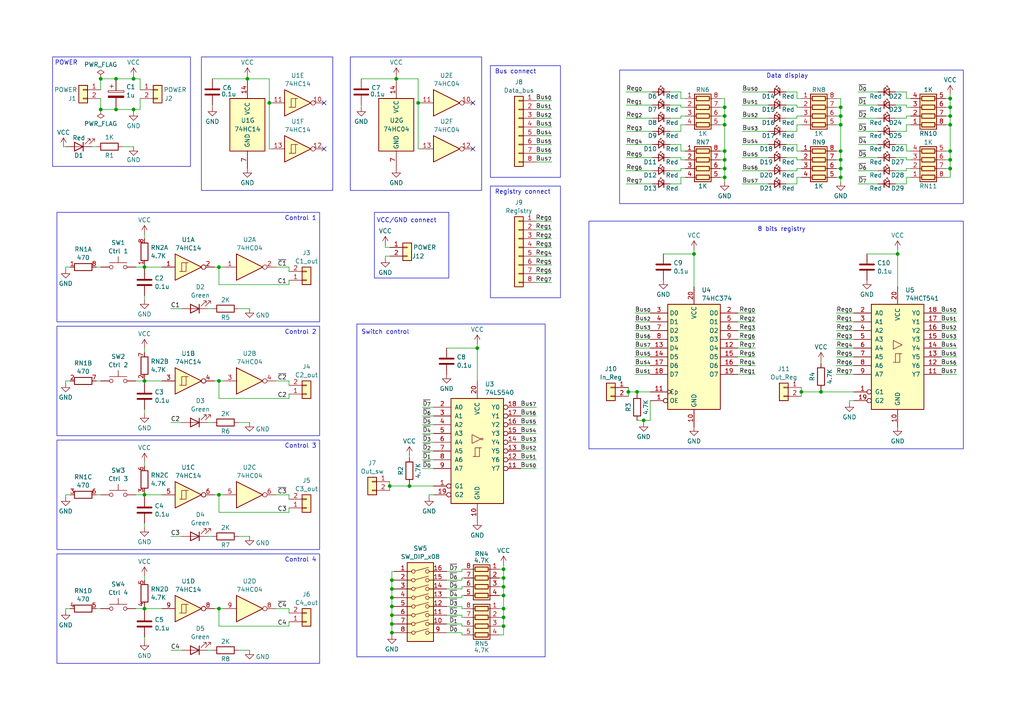
<source format=kicad_sch>
(kicad_sch (version 20230121) (generator eeschema)
  (paper "A4")
  (title_block (title "Bus tester") (rev "v1.0.1-dev"))
  (junction (at 114.935 22.86))
  (junction (at 113.665 170.815))
  (junction (at 38.735 31.75))
  (junction (at 186.69 121.92))
  (junction (at 63.5 143.51))
  (junction (at 210.185 36.195))
  (junction (at 210.185 31.115))
  (junction (at 78.105 29.845))
  (junction (at 29.21 22.86))
  (junction (at 146.05 170.18))
  (junction (at 275.59 33.655))
  (junction (at 238.125 113.665))
  (junction (at 260.35 73.66))
  (junction (at 71.755 22.86))
  (junction (at 146.05 167.64))
  (junction (at 275.59 36.195))
  (junction (at 29.21 31.75))
  (junction (at 63.5 77.47))
  (junction (at 275.59 46.355))
  (junction (at 113.665 175.895))
  (junction (at 243.84 51.435))
  (junction (at 113.665 168.275))
  (junction (at 146.05 176.53))
  (junction (at 275.59 31.115))
  (junction (at 232.41 113.665))
  (junction (at 113.665 178.435))
  (junction (at 243.84 33.655))
  (junction (at 113.665 180.975))
  (junction (at 41.91 176.53))
  (junction (at 113.665 173.355))
  (junction (at 41.91 110.49))
  (junction (at 38.735 22.86))
  (junction (at 41.91 77.47))
  (junction (at 243.84 46.355))
  (junction (at 210.185 43.815))
  (junction (at 113.665 183.515))
  (junction (at 275.59 28.575))
  (junction (at 243.84 36.195))
  (junction (at 275.59 43.815))
  (junction (at 210.185 33.655))
  (junction (at 146.05 165.1))
  (junction (at 146.05 181.61))
  (junction (at 243.84 31.115))
  (junction (at 63.5 176.53))
  (junction (at 210.185 46.355))
  (junction (at 210.185 51.435))
  (junction (at 243.84 43.815))
  (junction (at 146.05 179.07))
  (junction (at 33.655 22.86))
  (junction (at 210.185 48.895))
  (junction (at 201.295 73.66))
  (junction (at 113.03 140.97))
  (junction (at 243.84 48.895))
  (junction (at 275.59 48.895))
  (junction (at 118.745 140.97))
  (junction (at 63.5 110.49))
  (junction (at 182.245 113.665))
  (junction (at 184.785 113.665))
  (junction (at 33.655 31.75))
  (junction (at 138.43 100.965))
  (junction (at 121.285 29.845))
  (junction (at 146.05 172.72))
  (junction (at 41.91 143.51))
  (no_connect (at 93.98 29.845))
  (no_connect (at 137.16 43.18))
  (no_connect (at 137.16 29.845))
  (no_connect (at 93.98 43.18))
  (wire (pts (xy 213.995 100.965) (xy 219.075 100.965)))
  (wire (pts (xy 192.405 73.66) (xy 201.295 73.66)))
  (wire (pts (xy 186.69 122.555) (xy 186.69 121.92)))
  (wire (pts (xy 18.415 42.545) (xy 19.05 42.545)))
  (wire (pts (xy 125.73 128.27) (xy 122.555 128.27)))
  (wire (pts (xy 19.05 110.49) (xy 20.32 110.49)))
  (wire (pts (xy 155.575 81.915) (xy 160.02 81.915)))
  (wire (pts (xy 19.05 177.165) (xy 19.05 176.53)))
  (wire (pts (xy 125.73 133.35) (xy 122.555 133.35)))
  (wire (pts (xy 49.53 155.575) (xy 52.705 155.575)))
  (wire (pts (xy 227.965 53.34) (xy 231.14 53.34)))
  (wire (pts (xy 146.05 184.15) (xy 144.78 184.15)))
  (wire (pts (xy 63.5 143.51) (xy 63.5 148.59)))
  (wire (pts (xy 259.715 41.91) (xy 262.89 41.91)))
  (wire (pts (xy 231.14 30.48) (xy 231.14 31.115)))
  (wire (pts (xy 146.05 179.07) (xy 146.05 181.61)))
  (wire (pts (xy 247.65 98.425) (xy 242.57 98.425)))
  (wire (pts (xy 197.485 38.1) (xy 197.485 36.195)))
  (wire (pts (xy 146.05 176.53) (xy 146.05 179.07)))
  (wire (pts (xy 41.91 109.855) (xy 41.91 110.49)))
  (wire (pts (xy 63.5 176.53) (xy 63.5 181.61)))
  (wire (pts (xy 210.185 51.435) (xy 210.185 52.705)))
  (wire (pts (xy 242.57 28.575) (xy 243.84 28.575)))
  (wire (pts (xy 197.485 46.355) (xy 197.485 45.72)))
  (wire (pts (xy 194.31 30.48) (xy 197.485 30.48)))
  (wire (pts (xy 63.5 115.57) (xy 83.82 115.57)))
  (wire (pts (xy 113.665 173.355) (xy 114.3 173.355)))
  (wire (pts (xy 113.665 168.275) (xy 113.665 170.815)))
  (wire (pts (xy 231.14 33.655) (xy 232.41 33.655)))
  (wire (pts (xy 213.995 95.885) (xy 219.075 95.885)))
  (wire (pts (xy 121.285 29.845) (xy 121.285 43.18)))
  (wire (pts (xy 113.03 74.295) (xy 111.76 74.295)))
  (wire (pts (xy 71.755 22.225) (xy 71.755 22.86)))
  (wire (pts (xy 41.91 110.49) (xy 41.91 111.125)))
  (wire (pts (xy 19.05 77.47) (xy 20.32 77.47)))
  (wire (pts (xy 41.91 118.745) (xy 41.91 120.015)))
  (wire (pts (xy 243.84 31.115) (xy 243.84 33.655)))
  (wire (pts (xy 197.485 43.815) (xy 198.755 43.815)))
  (wire (pts (xy 262.89 51.435) (xy 264.16 51.435)))
  (wire (pts (xy 194.31 26.67) (xy 197.485 26.67)))
  (wire (pts (xy 41.91 77.47) (xy 41.91 78.105)))
  (wire (pts (xy 83.82 176.53) (xy 83.82 177.8)))
  (wire (pts (xy 248.92 38.1) (xy 254.635 38.1)))
  (wire (pts (xy 197.485 31.115) (xy 198.755 31.115)))
  (wire (pts (xy 231.14 31.115) (xy 232.41 31.115)))
  (wire (pts (xy 248.92 41.91) (xy 254.635 41.91)))
  (wire (pts (xy 231.14 26.67) (xy 231.14 28.575)))
  (wire (pts (xy 144.78 176.53) (xy 146.05 176.53)))
  (wire (pts (xy 215.265 34.29) (xy 222.885 34.29)))
  (wire (pts (xy 144.78 179.07) (xy 146.05 179.07)))
  (wire (pts (xy 69.215 122.555) (xy 72.39 122.555)))
  (wire (pts (xy 262.89 38.1) (xy 262.89 36.195)))
  (wire (pts (xy 129.54 100.965) (xy 138.43 100.965)))
  (wire (pts (xy 125.73 120.65) (xy 122.555 120.65)))
  (wire (pts (xy 33.655 22.86) (xy 38.735 22.86)))
  (wire (pts (xy 129.54 178.435) (xy 133.985 178.435)))
  (wire (pts (xy 242.57 33.655) (xy 243.84 33.655)))
  (wire (pts (xy 251.46 73.66) (xy 260.35 73.66)))
  (wire (pts (xy 133.985 170.18) (xy 134.62 170.18)))
  (wire (pts (xy 197.485 41.91) (xy 197.485 43.815)))
  (wire (pts (xy 259.715 53.34) (xy 262.89 53.34)))
  (wire (pts (xy 41.91 100.965) (xy 41.91 102.235)))
  (wire (pts (xy 275.59 48.895) (xy 275.59 51.435)))
  (wire (pts (xy 113.665 165.735) (xy 113.665 168.275)))
  (wire (pts (xy 238.125 113.03) (xy 238.125 113.665)))
  (wire (pts (xy 144.78 170.18) (xy 146.05 170.18)))
  (wire (pts (xy 262.89 30.48) (xy 262.89 31.115)))
  (wire (pts (xy 242.57 36.195) (xy 243.84 36.195)))
  (wire (pts (xy 63.5 148.59) (xy 83.82 148.59)))
  (wire (pts (xy 125.73 135.89) (xy 122.555 135.89)))
  (wire (pts (xy 231.14 48.895) (xy 231.14 49.53)))
  (wire (pts (xy 247.65 93.345) (xy 242.57 93.345)))
  (wire (pts (xy 213.995 90.805) (xy 219.075 90.805)))
  (wire (pts (xy 238.125 113.665) (xy 247.65 113.665)))
  (wire (pts (xy 121.285 29.845) (xy 121.92 29.845)))
  (wire (pts (xy 194.31 38.1) (xy 197.485 38.1)))
  (wire (pts (xy 155.575 64.135) (xy 160.02 64.135)))
  (wire (pts (xy 197.485 45.72) (xy 194.31 45.72)))
  (wire (pts (xy 129.54 168.275) (xy 133.985 168.275)))
  (wire (pts (xy 238.125 104.775) (xy 238.125 105.41)))
  (wire (pts (xy 273.05 103.505) (xy 277.495 103.505)))
  (wire (pts (xy 129.54 180.975) (xy 133.985 180.975)))
  (wire (pts (xy 274.32 46.355) (xy 275.59 46.355)))
  (wire (pts (xy 213.995 98.425) (xy 219.075 98.425)))
  (wire (pts (xy 231.14 46.355) (xy 232.41 46.355)))
  (wire (pts (xy 49.53 122.555) (xy 52.705 122.555)))
  (wire (pts (xy 114.3 165.735) (xy 113.665 165.735)))
  (wire (pts (xy 227.965 38.1) (xy 231.14 38.1)))
  (wire (pts (xy 208.915 28.575) (xy 210.185 28.575)))
  (wire (pts (xy 62.23 77.47) (xy 63.5 77.47)))
  (wire (pts (xy 144.78 165.1) (xy 146.05 165.1)))
  (wire (pts (xy 215.265 30.48) (xy 222.885 30.48)))
  (wire (pts (xy 133.985 170.815) (xy 133.985 170.18)))
  (wire (pts (xy 227.965 41.91) (xy 231.14 41.91)))
  (wire (pts (xy 155.575 46.99) (xy 160.02 46.99)))
  (wire (pts (xy 197.485 53.34) (xy 197.485 51.435)))
  (wire (pts (xy 188.595 106.045) (xy 184.15 106.045)))
  (wire (pts (xy 124.46 143.51) (xy 124.46 144.145)))
  (wire (pts (xy 247.65 95.885) (xy 242.57 95.885)))
  (wire (pts (xy 262.89 48.895) (xy 262.89 49.53)))
  (wire (pts (xy 155.575 66.675) (xy 160.02 66.675)))
  (wire (pts (xy 39.37 143.51) (xy 41.91 143.51)))
  (wire (pts (xy 113.665 178.435) (xy 113.665 180.975)))
  (wire (pts (xy 181.61 38.1) (xy 189.23 38.1)))
  (wire (pts (xy 260.35 72.39) (xy 260.35 73.66)))
  (wire (pts (xy 242.57 31.115) (xy 243.84 31.115)))
  (wire (pts (xy 231.14 28.575) (xy 232.41 28.575)))
  (wire (pts (xy 71.755 22.86) (xy 61.595 22.86)))
  (wire (pts (xy 155.575 44.45) (xy 160.02 44.45)))
  (wire (pts (xy 27.94 176.53) (xy 29.21 176.53)))
  (wire (pts (xy 121.285 22.86) (xy 121.285 29.845)))
  (wire (pts (xy 247.65 108.585) (xy 242.57 108.585)))
  (wire (pts (xy 182.245 113.665) (xy 182.245 112.395)))
  (wire (pts (xy 63.5 77.47) (xy 64.77 77.47)))
  (wire (pts (xy 215.265 38.1) (xy 222.885 38.1)))
  (wire (pts (xy 151.13 118.11) (xy 155.575 118.11)))
  (wire (pts (xy 262.89 33.655) (xy 264.16 33.655)))
  (wire (pts (xy 274.32 36.195) (xy 275.59 36.195)))
  (wire (pts (xy 262.89 53.34) (xy 262.89 51.435)))
  (wire (pts (xy 114.935 22.86) (xy 121.285 22.86)))
  (wire (pts (xy 144.78 167.64) (xy 146.05 167.64)))
  (wire (pts (xy 114.935 22.225) (xy 114.935 22.86)))
  (wire (pts (xy 41.91 184.785) (xy 41.91 186.055)))
  (wire (pts (xy 19.05 111.125) (xy 19.05 110.49)))
  (wire (pts (xy 60.325 188.595) (xy 61.595 188.595)))
  (wire (pts (xy 243.84 46.355) (xy 243.84 48.895)))
  (wire (pts (xy 63.5 181.61) (xy 83.82 181.61)))
  (wire (pts (xy 49.53 89.535) (xy 52.705 89.535)))
  (wire (pts (xy 113.665 180.975) (xy 113.665 183.515)))
  (wire (pts (xy 62.23 176.53) (xy 63.5 176.53)))
  (wire (pts (xy 155.575 69.215) (xy 160.02 69.215)))
  (wire (pts (xy 254.635 26.67) (xy 248.92 26.67)))
  (wire (pts (xy 231.14 46.355) (xy 231.14 45.72)))
  (wire (pts (xy 275.59 51.435) (xy 274.32 51.435)))
  (wire (pts (xy 113.665 175.895) (xy 114.3 175.895)))
  (wire (pts (xy 113.665 170.815) (xy 113.665 173.355)))
  (wire (pts (xy 259.715 38.1) (xy 262.89 38.1)))
  (wire (pts (xy 41.91 143.51) (xy 46.99 143.51)))
  (wire (pts (xy 39.37 77.47) (xy 41.91 77.47)))
  (wire (pts (xy 213.995 106.045) (xy 219.075 106.045)))
  (wire (pts (xy 40.64 31.75) (xy 40.64 28.575)))
  (wire (pts (xy 243.84 48.895) (xy 243.84 51.435)))
  (wire (pts (xy 262.89 41.91) (xy 262.89 43.815)))
  (wire (pts (xy 194.31 41.91) (xy 197.485 41.91)))
  (wire (pts (xy 188.595 90.805) (xy 184.15 90.805)))
  (wire (pts (xy 80.01 77.47) (xy 83.82 77.47)))
  (wire (pts (xy 273.05 93.345) (xy 277.495 93.345)))
  (wire (pts (xy 125.73 125.73) (xy 122.555 125.73)))
  (wire (pts (xy 273.05 95.885) (xy 277.495 95.885)))
  (wire (pts (xy 133.985 175.895) (xy 133.985 176.53)))
  (wire (pts (xy 155.575 41.91) (xy 160.02 41.91)))
  (wire (pts (xy 114.935 22.86) (xy 104.775 22.86)))
  (wire (pts (xy 146.05 163.83) (xy 146.05 165.1)))
  (wire (pts (xy 197.485 36.195) (xy 198.755 36.195)))
  (wire (pts (xy 80.01 110.49) (xy 83.82 110.49)))
  (wire (pts (xy 247.65 106.045) (xy 242.57 106.045)))
  (wire (pts (xy 71.755 22.86) (xy 71.755 23.495)))
  (wire (pts (xy 197.485 30.48) (xy 197.485 31.115)))
  (wire (pts (xy 104.775 30.48) (xy 104.775 31.115)))
  (wire (pts (xy 83.82 115.57) (xy 83.82 114.3)))
  (wire (pts (xy 184.785 113.665) (xy 184.785 114.3)))
  (wire (pts (xy 181.61 34.29) (xy 189.23 34.29)))
  (wire (pts (xy 231.14 45.72) (xy 227.965 45.72)))
  (wire (pts (xy 40.64 22.86) (xy 40.64 26.035)))
  (wire (pts (xy 83.82 78.74) (xy 83.82 77.47)))
  (wire (pts (xy 129.54 175.895) (xy 133.985 175.895)))
  (wire (pts (xy 184.785 121.92) (xy 186.69 121.92)))
  (wire (pts (xy 194.31 34.29) (xy 197.485 34.29)))
  (wire (pts (xy 262.89 49.53) (xy 259.715 49.53)))
  (wire (pts (xy 41.91 77.47) (xy 46.99 77.47)))
  (wire (pts (xy 49.53 188.595) (xy 52.705 188.595)))
  (wire (pts (xy 273.05 90.805) (xy 277.495 90.805)))
  (wire (pts (xy 208.915 43.815) (xy 210.185 43.815)))
  (wire (pts (xy 274.32 43.815) (xy 275.59 43.815)))
  (wire (pts (xy 197.485 26.67) (xy 197.485 28.575)))
  (wire (pts (xy 274.32 28.575) (xy 275.59 28.575)))
  (wire (pts (xy 41.91 67.945) (xy 41.91 69.215)))
  (wire (pts (xy 188.595 108.585) (xy 184.15 108.585)))
  (wire (pts (xy 273.05 98.425) (xy 277.495 98.425)))
  (wire (pts (xy 78.105 43.18) (xy 78.74 43.18)))
  (wire (pts (xy 41.91 133.985) (xy 41.91 135.255)))
  (wire (pts (xy 151.13 125.73) (xy 155.575 125.73)))
  (wire (pts (xy 83.82 81.28) (xy 83.82 82.55)))
  (wire (pts (xy 181.61 30.48) (xy 189.23 30.48)))
  (wire (pts (xy 210.185 43.815) (xy 210.185 46.355)))
  (wire (pts (xy 38.735 31.75) (xy 40.64 31.75)))
  (wire (pts (xy 63.5 77.47) (xy 63.5 82.55)))
  (wire (pts (xy 33.655 22.86) (xy 33.655 23.495)))
  (wire (pts (xy 113.665 178.435) (xy 114.3 178.435)))
  (wire (pts (xy 197.485 48.895) (xy 197.485 49.53)))
  (wire (pts (xy 188.595 121.92) (xy 188.595 116.205)))
  (wire (pts (xy 210.185 36.195) (xy 210.185 43.815)))
  (wire (pts (xy 83.82 181.61) (xy 83.82 180.34)))
  (wire (pts (xy 155.575 29.21) (xy 160.02 29.21)))
  (wire (pts (xy 242.57 43.815) (xy 243.84 43.815)))
  (wire (pts (xy 146.05 170.18) (xy 146.05 172.72)))
  (wire (pts (xy 155.575 39.37) (xy 160.02 39.37)))
  (wire (pts (xy 146.05 167.64) (xy 146.05 170.18)))
  (wire (pts (xy 262.89 36.195) (xy 264.16 36.195)))
  (wire (pts (xy 262.89 31.115) (xy 264.16 31.115)))
  (wire (pts (xy 247.65 103.505) (xy 242.57 103.505)))
  (wire (pts (xy 63.5 82.55) (xy 83.82 82.55)))
  (wire (pts (xy 151.13 123.19) (xy 155.575 123.19)))
  (wire (pts (xy 80.01 143.51) (xy 83.82 143.51)))
  (wire (pts (xy 38.735 32.385) (xy 38.735 31.75)))
  (wire (pts (xy 275.59 28.575) (xy 275.59 31.115)))
  (wire (pts (xy 19.05 143.51) (xy 20.32 143.51)))
  (wire (pts (xy 248.92 45.72) (xy 254.635 45.72)))
  (wire (pts (xy 208.915 31.115) (xy 210.185 31.115)))
  (wire (pts (xy 41.91 176.53) (xy 41.91 177.165)))
  (wire (pts (xy 259.715 30.48) (xy 262.89 30.48)))
  (wire (pts (xy 41.91 143.51) (xy 41.91 144.145)))
  (wire (pts (xy 248.92 34.29) (xy 254.635 34.29)))
  (wire (pts (xy 113.665 180.975) (xy 114.3 180.975)))
  (wire (pts (xy 19.05 144.145) (xy 19.05 143.51)))
  (wire (pts (xy 242.57 46.355) (xy 243.84 46.355)))
  (wire (pts (xy 208.915 33.655) (xy 210.185 33.655)))
  (wire (pts (xy 133.985 168.275) (xy 133.985 167.64)))
  (wire (pts (xy 213.995 108.585) (xy 219.075 108.585)))
  (wire (pts (xy 151.13 120.65) (xy 155.575 120.65)))
  (wire (pts (xy 78.105 22.86) (xy 78.105 29.845)))
  (wire (pts (xy 247.65 90.805) (xy 242.57 90.805)))
  (wire (pts (xy 275.59 33.655) (xy 275.59 36.195)))
  (wire (pts (xy 155.575 76.835) (xy 160.02 76.835)))
  (wire (pts (xy 243.84 51.435) (xy 243.84 52.705)))
  (wire (pts (xy 273.05 106.045) (xy 277.495 106.045)))
  (wire (pts (xy 188.595 103.505) (xy 184.15 103.505)))
  (wire (pts (xy 144.78 181.61) (xy 146.05 181.61)))
  (wire (pts (xy 197.485 28.575) (xy 198.755 28.575)))
  (wire (pts (xy 133.985 178.435) (xy 133.985 179.07)))
  (wire (pts (xy 133.985 173.355) (xy 133.985 172.72)))
  (wire (pts (xy 275.59 43.815) (xy 275.59 46.355)))
  (wire (pts (xy 69.215 155.575) (xy 72.39 155.575)))
  (wire (pts (xy 246.38 116.205) (xy 246.38 116.84)))
  (wire (pts (xy 213.995 93.345) (xy 219.075 93.345)))
  (wire (pts (xy 210.185 46.355) (xy 210.185 48.895)))
  (wire (pts (xy 113.03 140.97) (xy 113.03 139.7)))
  (wire (pts (xy 262.89 46.355) (xy 264.16 46.355)))
  (wire (pts (xy 155.575 79.375) (xy 160.02 79.375)))
  (wire (pts (xy 118.745 140.335) (xy 118.745 140.97)))
  (wire (pts (xy 41.91 85.725) (xy 41.91 86.995)))
  (wire (pts (xy 208.915 46.355) (xy 210.185 46.355)))
  (wire (pts (xy 133.985 181.61) (xy 134.62 181.61)))
  (wire (pts (xy 113.665 173.355) (xy 113.665 175.895)))
  (wire (pts (xy 27.94 143.51) (xy 29.21 143.51)))
  (wire (pts (xy 197.485 49.53) (xy 194.31 49.53)))
  (wire (pts (xy 208.915 48.895) (xy 210.185 48.895)))
  (wire (pts (xy 151.13 135.89) (xy 155.575 135.89)))
  (wire (pts (xy 184.785 113.665) (xy 188.595 113.665)))
  (wire (pts (xy 210.185 28.575) (xy 210.185 31.115)))
  (wire (pts (xy 201.295 73.66) (xy 201.295 83.185)))
  (wire (pts (xy 155.575 74.295) (xy 160.02 74.295)))
  (wire (pts (xy 231.14 48.895) (xy 232.41 48.895)))
  (wire (pts (xy 129.54 165.735) (xy 133.985 165.735)))
  (wire (pts (xy 27.94 77.47) (xy 29.21 77.47)))
  (wire (pts (xy 248.92 30.48) (xy 254.635 30.48)))
  (wire (pts (xy 146.05 172.72) (xy 146.05 176.53)))
  (wire (pts (xy 227.965 30.48) (xy 231.14 30.48)))
  (wire (pts (xy 125.73 143.51) (xy 124.46 143.51)))
  (wire (pts (xy 275.59 36.195) (xy 275.59 43.815)))
  (wire (pts (xy 182.245 113.665) (xy 184.785 113.665)))
  (wire (pts (xy 231.14 36.195) (xy 232.41 36.195)))
  (wire (pts (xy 262.89 48.895) (xy 264.16 48.895)))
  (wire (pts (xy 113.665 170.815) (xy 114.3 170.815)))
  (wire (pts (xy 62.23 110.49) (xy 63.5 110.49)))
  (wire (pts (xy 262.89 46.355) (xy 262.89 45.72)))
  (wire (pts (xy 80.01 176.53) (xy 83.82 176.53)))
  (wire (pts (xy 274.32 48.895) (xy 275.59 48.895)))
  (wire (pts (xy 146.05 181.61) (xy 146.05 184.15)))
  (wire (pts (xy 133.985 183.515) (xy 133.985 184.15)))
  (wire (pts (xy 274.32 33.655) (xy 275.59 33.655)))
  (wire (pts (xy 274.32 31.115) (xy 275.59 31.115)))
  (wire (pts (xy 151.13 130.81) (xy 155.575 130.81)))
  (wire (pts (xy 113.665 183.515) (xy 113.665 184.15)))
  (wire (pts (xy 35.56 42.545) (xy 38.735 42.545)))
  (wire (pts (xy 19.05 176.53) (xy 20.32 176.53)))
  (wire (pts (xy 133.985 167.64) (xy 134.62 167.64)))
  (wire (pts (xy 155.575 31.75) (xy 160.02 31.75)))
  (wire (pts (xy 33.655 31.115) (xy 33.655 31.75)))
  (wire (pts (xy 113.03 71.755) (xy 111.76 71.755)))
  (wire (pts (xy 63.5 110.49) (xy 64.77 110.49)))
  (wire (pts (xy 111.76 74.295) (xy 111.76 74.93)))
  (wire (pts (xy 113.665 183.515) (xy 114.3 183.515)))
  (wire (pts (xy 231.14 43.815) (xy 232.41 43.815)))
  (wire (pts (xy 201.295 72.39) (xy 201.295 73.66)))
  (wire (pts (xy 133.985 165.1) (xy 134.62 165.1)))
  (wire (pts (xy 133.985 172.72) (xy 134.62 172.72)))
  (wire (pts (xy 194.31 53.34) (xy 197.485 53.34)))
  (wire (pts (xy 262.89 28.575) (xy 264.16 28.575)))
  (wire (pts (xy 189.23 53.34) (xy 181.61 53.34)))
  (wire (pts (xy 231.14 38.1) (xy 231.14 36.195)))
  (wire (pts (xy 232.41 113.665) (xy 238.125 113.665)))
  (wire (pts (xy 113.03 140.97) (xy 118.745 140.97)))
  (wire (pts (xy 19.05 78.105) (xy 19.05 77.47)))
  (wire (pts (xy 62.23 143.51) (xy 63.5 143.51)))
  (wire (pts (xy 188.595 98.425) (xy 184.15 98.425)))
  (wire (pts (xy 60.325 155.575) (xy 61.595 155.575)))
  (wire (pts (xy 133.985 179.07) (xy 134.62 179.07)))
  (wire (pts (xy 121.285 43.18) (xy 121.92 43.18)))
  (wire (pts (xy 243.84 51.435) (xy 242.57 51.435)))
  (wire (pts (xy 215.265 49.53) (xy 222.885 49.53)))
  (wire (pts (xy 26.67 42.545) (xy 27.94 42.545)))
  (wire (pts (xy 215.265 45.72) (xy 222.885 45.72)))
  (wire (pts (xy 155.575 36.83) (xy 160.02 36.83)))
  (wire (pts (xy 243.84 28.575) (xy 243.84 31.115)))
  (wire (pts (xy 215.265 41.91) (xy 222.885 41.91)))
  (wire (pts (xy 151.13 128.27) (xy 155.575 128.27)))
  (wire (pts (xy 41.91 176.53) (xy 46.99 176.53)))
  (wire (pts (xy 222.885 26.67) (xy 215.265 26.67)))
  (wire (pts (xy 210.185 48.895) (xy 210.185 51.435)))
  (wire (pts (xy 133.985 165.735) (xy 133.985 165.1)))
  (wire (pts (xy 83.82 148.59) (xy 83.82 147.32)))
  (wire (pts (xy 114.935 22.86) (xy 114.935 23.495)))
  (wire (pts (xy 113.665 175.895) (xy 113.665 178.435)))
  (wire (pts (xy 125.73 118.11) (xy 122.555 118.11)))
  (wire (pts (xy 27.94 110.49) (xy 29.21 110.49)))
  (wire (pts (xy 29.21 26.035) (xy 29.21 22.86)))
  (wire (pts (xy 248.92 49.53) (xy 254.635 49.53)))
  (wire (pts (xy 41.91 175.895) (xy 41.91 176.53)))
  (wire (pts (xy 273.05 100.965) (xy 277.495 100.965)))
  (wire (pts (xy 260.35 73.66) (xy 260.35 83.185)))
  (wire (pts (xy 138.43 99.695) (xy 138.43 100.965)))
  (wire (pts (xy 231.14 51.435) (xy 232.41 51.435)))
  (wire (pts (xy 83.82 143.51) (xy 83.82 144.78)))
  (wire (pts (xy 248.92 53.34) (xy 254.635 53.34)))
  (wire (pts (xy 232.41 113.665) (xy 232.41 112.395)))
  (wire (pts (xy 247.65 100.965) (xy 242.57 100.965)))
  (wire (pts (xy 71.755 22.86) (xy 78.105 22.86)))
  (wire (pts (xy 83.82 110.49) (xy 83.82 111.76)))
  (wire (pts (xy 41.91 151.765) (xy 41.91 153.035)))
  (wire (pts (xy 60.325 122.555) (xy 61.595 122.555)))
  (wire (pts (xy 262.89 26.67) (xy 262.89 28.575)))
  (wire (pts (xy 129.54 170.815) (xy 133.985 170.815)))
  (wire (pts (xy 144.78 172.72) (xy 146.05 172.72)))
  (wire (pts (xy 275.59 27.305) (xy 275.59 28.575)))
  (wire (pts (xy 78.105 29.845) (xy 78.105 43.18)))
  (wire (pts (xy 155.575 34.29) (xy 160.02 34.29)))
  (wire (pts (xy 197.485 33.655) (xy 198.755 33.655)))
  (wire (pts (xy 227.965 26.67) (xy 231.14 26.67)))
  (wire (pts (xy 41.91 110.49) (xy 46.99 110.49)))
  (wire (pts (xy 41.91 76.835) (xy 41.91 77.47)))
  (wire (pts (xy 186.69 121.92) (xy 188.595 121.92)))
  (wire (pts (xy 182.245 113.665) (xy 182.245 114.935)))
  (wire (pts (xy 133.985 176.53) (xy 134.62 176.53)))
  (wire (pts (xy 113.03 140.97) (xy 113.03 142.24)))
  (wire (pts (xy 247.65 116.205) (xy 246.38 116.205)))
  (wire (pts (xy 197.485 46.355) (xy 198.755 46.355)))
  (wire (pts (xy 38.735 22.86) (xy 40.64 22.86)))
  (wire (pts (xy 181.61 41.91) (xy 189.23 41.91)))
  (wire (pts (xy 111.76 71.755) (xy 111.76 71.12)))
  (wire (pts (xy 210.185 51.435) (xy 208.915 51.435)))
  (wire (pts (xy 273.05 108.585) (xy 277.495 108.585)))
  (wire (pts (xy 259.715 34.29) (xy 262.89 34.29)))
  (wire (pts (xy 222.885 53.34) (xy 215.265 53.34)))
  (wire (pts (xy 259.715 26.67) (xy 262.89 26.67)))
  (wire (pts (xy 155.575 71.755) (xy 160.02 71.755)))
  (wire (pts (xy 275.59 46.355) (xy 275.59 48.895)))
  (wire (pts (xy 118.745 132.08) (xy 118.745 132.715)))
  (wire (pts (xy 210.185 33.655) (xy 210.185 36.195)))
  (wire (pts (xy 125.73 123.19) (xy 122.555 123.19)))
  (wire (pts (xy 129.54 173.355) (xy 133.985 173.355)))
  (wire (pts (xy 210.185 31.115) (xy 210.185 33.655)))
  (wire (pts (xy 242.57 48.895) (xy 243.84 48.895)))
  (wire (pts (xy 197.485 34.29) (xy 197.485 33.655)))
  (wire (pts (xy 231.14 34.29) (xy 231.14 33.655)))
  (wire (pts (xy 146.05 165.1) (xy 146.05 167.64)))
  (wire (pts (xy 39.37 176.53) (xy 41.91 176.53)))
  (wire (pts (xy 29.21 28.575) (xy 29.21 31.75)))
  (wire (pts (xy 125.73 130.81) (xy 122.555 130.81)))
  (wire (pts (xy 118.745 140.97) (xy 125.73 140.97)))
  (wire (pts (xy 181.61 45.72) (xy 189.23 45.72)))
  (wire (pts (xy 243.84 33.655) (xy 243.84 36.195)))
  (wire (pts (xy 113.665 168.275) (xy 114.3 168.275)))
  (wire (pts (xy 133.985 184.15) (xy 134.62 184.15)))
  (wire (pts (xy 29.21 22.86) (xy 33.655 22.86)))
  (wire (pts (xy 189.23 26.67) (xy 181.61 26.67)))
  (wire (pts (xy 243.84 36.195) (xy 243.84 43.815)))
  (wire (pts (xy 29.21 31.75) (xy 33.655 31.75)))
  (wire (pts (xy 63.5 143.51) (xy 64.77 143.51)))
  (wire (pts (xy 208.915 36.195) (xy 210.185 36.195)))
  (wire (pts (xy 78.105 29.845) (xy 78.74 29.845)))
  (wire (pts (xy 188.595 93.345) (xy 184.15 93.345)))
  (wire (pts (xy 33.655 31.75) (xy 38.735 31.75)))
  (wire (pts (xy 151.13 133.35) (xy 155.575 133.35)))
  (wire (pts (xy 69.215 89.535) (xy 72.39 89.535)))
  (wire (pts (xy 133.985 180.975) (xy 133.985 181.61)))
  (wire (pts (xy 129.54 183.515) (xy 133.985 183.515)))
  (wire (pts (xy 231.14 49.53) (xy 227.965 49.53)))
  (wire (pts (xy 275.59 31.115) (xy 275.59 33.655)))
  (wire (pts (xy 243.84 43.815) (xy 243.84 46.355)))
  (wire (pts (xy 188.595 100.965) (xy 184.15 100.965)))
  (wire (pts (xy 38.735 22.225) (xy 38.735 22.86)))
  (wire (pts (xy 41.91 142.875) (xy 41.91 143.51)))
  (wire (pts (xy 262.89 45.72) (xy 259.715 45.72)))
  (wire (pts (xy 188.595 95.885) (xy 184.15 95.885)))
  (wire (pts (xy 69.215 188.595) (xy 72.39 188.595)))
  (wire (pts (xy 41.91 167.005) (xy 41.91 168.275)))
  (wire (pts (xy 231.14 41.91) (xy 231.14 43.815)))
  (wire (pts (xy 61.595 30.48) (xy 61.595 31.115)))
  (wire (pts (xy 197.485 51.435) (xy 198.755 51.435)))
  (wire (pts (xy 197.485 48.895) (xy 198.755 48.895)))
  (wire (pts (xy 63.5 176.53) (xy 64.77 176.53)))
  (wire (pts (xy 181.61 49.53) (xy 189.23 49.53)))
  (wire (pts (xy 138.43 100.965) (xy 138.43 110.49)))
  (wire (pts (xy 262.89 43.815) (xy 264.16 43.815)))
  (wire (pts (xy 231.14 53.34) (xy 231.14 51.435)))
  (wire (pts (xy 60.325 89.535) (xy 61.595 89.535)))
  (wire (pts (xy 227.965 34.29) (xy 231.14 34.29)))
  (wire (pts (xy 63.5 110.49) (xy 63.5 115.57)))
  (wire (pts (xy 39.37 110.49) (xy 41.91 110.49)))
  (wire (pts (xy 232.41 113.665) (xy 232.41 114.935)))
  (wire (pts (xy 262.89 34.29) (xy 262.89 33.655)))
  (wire (pts (xy 213.995 103.505) (xy 219.075 103.505)))
  (rectangle (start 142.24 53.975) (end 162.56 86.36))
  (rectangle (start 16.51 61.595) (end 92.71 93.345))
  (rectangle (start 16.51 94.615) (end 92.71 126.365))
  (rectangle (start 108.585 61.595) (end 130.175 80.645))
  (rectangle (start 103.505 93.98) (end 158.115 190.5))
  (rectangle (start 170.815 64.135) (end 279.4 130.175))
  (rectangle (start 101.6 16.51) (end 139.7 55.245))
  (rectangle (start 16.51 127.635) (end 92.71 159.385))
  (rectangle (start 179.705 20.32) (end 279.4 59.055))
  (rectangle (start 15.24 16.51) (end 55.245 48.26))
  (rectangle (start 58.42 16.51) (end 96.52 55.245))
  (rectangle (start 142.24 19.05) (end 162.56 51.435))
  (rectangle (start 16.51 160.655) (end 92.71 192.405))
  (text "Control 1" (at 82.55 64.135 0) (effects (font (size 1.27 1.27)) (justify left bottom)))
  (text "Switch control" (at 104.775 97.155 0) (effects (font (size 1.27 1.27)) (justify left bottom)))
  (text "Registry connect" (at 143.51 56.515 0) (effects (font (size 1.27 1.27)) (justify left bottom)))
  (text "Bus connect" (at 143.51 21.59 0) (effects (font (size 1.27 1.27)) (justify left bottom)))
  (text "Data display" (at 222.25 22.86 0) (effects (font (size 1.27 1.27)) (justify left bottom)))
  (text "8 bits registry" (at 219.71 67.31 0) (effects (font (size 1.27 1.27)) (justify left bottom)))
  (text "Control 4" (at 82.55 163.195 0) (effects (font (size 1.27 1.27)) (justify left bottom)))
  (text "VCC/GND connect" (at 109.22 64.77 0) (effects (font (size 1.27 1.27)) (justify left bottom)))
  (text "Control 2" (at 82.55 97.155 0) (effects (font (size 1.27 1.27)) (justify left bottom)))
  (text "POWER" (at 15.875 19.05 0) (effects (font (size 1.27 1.27)) (justify left bottom)))
  (text "Control 3" (at 82.55 130.175 0) (effects (font (size 1.27 1.27)) (justify left bottom)))
  (label "Bus_{3}" (at 277.495 98.425 180))
  (label "Bus_{2}" (at 215.265 34.29 0))
  (label "Bus_{7}" (at 160.02 46.99 180))
  (label "Reg_{3}" (at 160.02 71.755 180))
  (label "~{D_{5}}" (at 122.555 123.19 0))
  (label "Bus_{5}" (at 160.02 41.91 180))
  (label "Bus_{0}" (at 160.02 29.21 180))
  (label "~{C4}" (at 83.185 176.53 180))
  (label "Bus_{2}" (at 277.495 95.885 180))
  (label "Bus_{2}" (at 184.15 93.345 0))
  (label "Reg_{1}" (at 219.075 108.585 180))
  (label "Reg_{3}" (at 219.075 95.885 180))
  (label "Bus_{1}" (at 277.495 93.345 180))
  (label "Bus_{3}" (at 184.15 95.885 0))
  (label "Reg_{2}" (at 219.075 93.345 180))
  (label "Bus_{7}" (at 215.265 53.34 0))
  (label "Bus_{7}" (at 277.495 108.585 180))
  (label "Reg_{4}" (at 160.02 74.295 180))
  (label "~{D_{6}}" (at 248.92 49.53 0))
  (label "Bus_{6}" (at 184.15 98.425 0))
  (label "Reg_{3}" (at 181.61 38.1 0))
  (label "~{C1}" (at 83.185 77.47 180))
  (label "Bus_{3}" (at 155.575 128.27 180))
  (label "Reg_{4}" (at 181.61 41.91 0))
  (label "~{D_{0}}" (at 132.715 183.515 180))
  (label "~{D_{1}}" (at 122.555 133.35 0))
  (label "Bus_{5}" (at 184.15 103.505 0))
  (label "~{D_{4}}" (at 132.715 173.355 180))
  (label "Bus_{5}" (at 155.575 123.19 180))
  (label "~{D_{7}}" (at 248.92 53.34 0))
  (label "Reg_{7}" (at 219.075 100.965 180))
  (label "~{D_{3}}" (at 132.715 175.895 180))
  (label "~{D_{6}}" (at 132.715 168.275 180))
  (label "Reg_{2}" (at 160.02 69.215 180))
  (label "C3" (at 49.53 155.575 0))
  (label "~{D_{3}}" (at 248.92 38.1 0))
  (label "Bus_{0}" (at 215.265 26.67 0))
  (label "Reg_{0}" (at 181.61 26.67 0))
  (label "~{D_{7}}" (at 122.555 118.11 0))
  (label "C1" (at 49.53 89.535 0))
  (label "Bus_{2}" (at 155.575 130.81 180))
  (label "C4" (at 49.53 188.595 0))
  (label "~{D_{2}}" (at 248.92 34.29 0))
  (label "Reg_{0}" (at 219.075 90.805 180))
  (label "~{D_{4}}" (at 248.92 41.91 0))
  (label "Reg_{4}" (at 219.075 106.045 180))
  (label "Bus_{4}" (at 215.265 41.91 0))
  (label "Reg_{0}" (at 160.02 64.135 180))
  (label "Bus_{5}" (at 215.265 45.72 0))
  (label "Reg_{2}" (at 181.61 34.29 0))
  (label "Bus_{0}" (at 155.575 135.89 180))
  (label "~{D_{3}}" (at 122.555 128.27 0))
  (label "Bus_{2}" (at 160.02 34.29 180))
  (label "Reg_{1}" (at 242.57 93.345 0))
  (label "Bus_{7}" (at 184.15 100.965 0))
  (label "Bus_{1}" (at 160.02 31.75 180))
  (label "~{D_{0}}" (at 122.555 135.89 0))
  (label "~{D_{6}}" (at 122.555 120.65 0))
  (label "Bus_{6}" (at 215.265 49.53 0))
  (label "Reg_{5}" (at 181.61 45.72 0))
  (label "Reg_{3}" (at 242.57 98.425 0))
  (label "~{D_{2}}" (at 132.715 178.435 180))
  (label "~{C2}" (at 83.185 110.49 180))
  (label "~{D_{1}}" (at 132.715 180.975 180))
  (label "Reg_{1}" (at 160.02 66.675 180))
  (label "C2" (at 49.53 122.555 0))
  (label "Reg_{5}" (at 219.075 103.505 180))
  (label "Reg_{7}" (at 181.61 53.34 0))
  (label "Bus_{0}" (at 277.495 90.805 180))
  (label "~{D_{1}}" (at 248.92 30.48 0))
  (label "Bus_{1}" (at 184.15 108.585 0))
  (label "Bus_{1}" (at 155.575 133.35 180))
  (label "Reg_{7}" (at 242.57 108.585 0))
  (label "~{D_{5}}" (at 132.715 170.815 180))
  (label "Reg_{2}" (at 242.57 95.885 0))
  (label "Bus_{0}" (at 184.15 90.805 0))
  (label "C3" (at 83.185 148.59 180))
  (label "C4" (at 83.185 181.61 180))
  (label "Reg_{5}" (at 160.02 76.835 180))
  (label "~{D_{7}}" (at 132.715 165.735 180))
  (label "Reg_{7}" (at 160.02 81.915 180))
  (label "Bus_{5}" (at 277.495 103.505 180))
  (label "Reg_{4}" (at 242.57 100.965 0))
  (label "Reg_{0}" (at 242.57 90.805 0))
  (label "Bus_{6}" (at 155.575 120.65 180))
  (label "Bus_{4}" (at 277.495 100.965 180))
  (label "Bus_{6}" (at 277.495 106.045 180))
  (label "Bus_{3}" (at 215.265 38.1 0))
  (label "Bus_{4}" (at 184.15 106.045 0))
  (label "Reg_{6}" (at 181.61 49.53 0))
  (label "Bus_{4}" (at 160.02 39.37 180))
  (label "C2" (at 83.185 115.57 180))
  (label "~{D_{2}}" (at 122.555 130.81 0))
  (label "Bus_{7}" (at 155.575 118.11 180))
  (label "Reg_{5}" (at 242.57 103.505 0))
  (label "Bus_{1}" (at 215.265 30.48 0))
  (label "~{D_{0}}" (at 248.92 26.67 0))
  (label "~{D_{5}}" (at 248.92 45.72 0))
  (label "~{D_{4}}" (at 122.555 125.73 0))
  (label "Bus_{3}" (at 160.02 36.83 180))
  (label "Reg_{6}" (at 219.075 98.425 180))
  (label "Reg_{6}" (at 242.57 106.045 0))
  (label "Reg_{1}" (at 181.61 30.48 0))
  (label "Bus_{6}" (at 160.02 44.45 180))
  (label "~{C3}" (at 83.185 143.51 180))
  (label "Reg_{6}" (at 160.02 79.375 180))
  (label "C1" (at 83.185 82.55 180))
  (label "Bus_{4}" (at 155.575 125.73 180))
  (symbol (lib_id "Connector_Generic:Conn_01x02") (at 88.9 180.34 0) (mirror x) (unit 1)
    (property "Reference" "J6" (at 88.9 172.3857 0))
    (property "Value" "C4_out" (at 88.9 174.8099 0))
    (property "Footprint" "Connector_PinSocket_2.54mm:PinSocket_1x02_P2.54mm_Vertical" (effects hide))
  )
  (symbol (lib_id "Connector_Generic:Conn_01x02") (at 45.72 26.035 0) (unit 1)
    (property "Reference" "J2" (at 48.895 28.575 0))
    (property "Value" "POWER" (at 50.8 26.035 0))
    (property "Footprint" "Connector_PinSocket_2.54mm:PinSocket_1x02_P2.54mm_Vertical" (effects hide))
  )
  (symbol (lib_id "Device:R_Pack04") (at 269.24 31.115 270) (mirror x) (unit 1)
    (property "Reference" "RN10" (at 269.24 38.735 90))
    (property "Value" "1K" (at 269.24 26.035 90))
    (property "Footprint" "Resistor_SMD:R_Array_Convex_4x1206" (effects hide))
  )
  (symbol (lib_id "Device:LED_Small") (at 191.77 38.1 0) (mirror y) (unit 1)
    (property "Reference" "D9" (at 189.23 39.37 0))
    (property "Value" "Red" (at 194.945 39.37 0))
    (property "Footprint" "LED_SMD:LED_1206_3216Metric" (effects hide))
  )
  (symbol (lib_id "power:GND") (at 104.775 31.115 0) (unit 1)
    (property "Reference" "#PWR024" (effects hide))
    (property "Value" "GND" (at 104.775 35.2481 0))
  )
  (symbol (lib_id "Device:R") (at 31.75 42.545 90) (unit 1)
    (property "Reference" "R1" (at 31.75 45.085 90))
    (property "Value" "1K" (at 31.75 39.8089 90))
    (property "Footprint" "Resistor_SMD:R_1206_3216Metric" (effects hide))
  )
  (symbol (lib_id "Device:LED_Small") (at 257.175 53.34 0) (unit 1)
    (property "Reference" "D29" (at 260.35 54.61 0))
    (property "Value" "Red" (at 254 54.61 0))
    (property "Footprint" "LED_SMD:LED_1206_3216Metric" (effects hide))
  )
  (symbol (lib_id "power:VCC") (at 38.735 22.225 0) (unit 1)
    (property "Reference" "#PWR06" (effects hide))
    (property "Value" "VCC" (at 38.735 18.0919 0))
  )
  (symbol (lib_id "Switch:SW_Push") (at 34.29 77.47 0) (unit 1)
    (property "Reference" "SW1" (at 34.29 70.4047 0))
    (property "Value" "Ctrl 1" (at 34.29 72.8289 0))
    (property "Footprint" "Button_Switch_THT:SW_PUSH_6mm_H5mm" (effects hide))
  )
  (symbol (lib_id "power:VCC") (at 138.43 99.695 0) (unit 1)
    (property "Reference" "#PWR031" (effects hide))
    (property "Value" "VCC" (at 138.43 95.5619 0))
  )
  (symbol (lib_id "Device:R_Pack04_Split") (at 41.91 172.085 0) (unit 4)
    (property "Reference" "RN2" (at 43.688 170.8729 0) (effects (justify left)))
    (property "Value" "4.7K" (at 43.688 173.2971 0) (effects (justify left)))
    (property "Footprint" "Resistor_SMD:R_Array_Convex_4x1206" (effects hide))
  )
  (symbol (lib_id "Connector_Generic:Conn_01x02") (at 177.165 112.395 0) (mirror y) (unit 1)
    (property "Reference" "J10" (at 177.165 106.9807 0))
    (property "Value" "In_Reg" (at 177.165 109.4049 0))
    (property "Footprint" "Connector_PinSocket_2.54mm:PinSocket_1x02_P2.54mm_Vertical" (effects hide))
  )
  (symbol (lib_id "power:VCC") (at 201.295 72.39 0) (unit 1)
    (property "Reference" "#PWR036" (effects hide))
    (property "Value" "VCC" (at 201.295 68.2569 0))
  )
  (symbol (lib_id "74xx:74HC14") (at 54.61 77.47 0) (unit 1)
    (property "Reference" "U1" (at 54.61 69.5157 0))
    (property "Value" "74HC14" (at 54.61 71.9399 0))
    (property "Footprint" "Package_SO:SOIC-14_3.9x8.7mm_P1.27mm" (effects hide))
    (property "Datasheet" "http://www.ti.com/lit/gpn/sn74HC14" (effects hide))
  )
  (symbol (lib_id "74xx:74HC04") (at 72.39 176.53 0) (unit 4)
    (property "Reference" "U2" (at 72.39 168.5757 0))
    (property "Value" "74HC04" (at 72.39 170.9999 0))
    (property "Footprint" "Package_SO:SOIC-14_3.9x8.7mm_P1.27mm" (effects hide))
    (property "Datasheet" "https://assets.nexperia.com/documents/data-sheet/74HC_HCT04.pdf" (effects hide))
  )
  (symbol (lib_id "power:GND") (at 38.735 42.545 0) (unit 1)
    (property "Reference" "#PWR08" (effects hide))
    (property "Value" "GND" (at 38.735 46.355 0))
  )
  (symbol (lib_id "Device:LED_Small") (at 257.175 26.67 0) (unit 1)
    (property "Reference" "D22" (at 259.715 27.94 0))
    (property "Value" "Red" (at 254 27.94 0))
    (property "Footprint" "LED_SMD:LED_1206_3216Metric" (effects hide))
  )
  (symbol (lib_id "Device:R_Pack04_Split") (at 41.91 106.045 0) (unit 2)
    (property "Reference" "RN2" (at 43.688 104.8329 0) (effects (justify left)))
    (property "Value" "4.7K" (at 43.688 107.2571 0) (effects (justify left)))
    (property "Footprint" "Resistor_SMD:R_Array_Convex_4x1206" (effects hide))
  )
  (symbol (lib_id "power:VCC") (at 41.91 100.965 0) (unit 1)
    (property "Reference" "#PWR011" (effects hide))
    (property "Value" "VCC" (at 41.91 96.8319 0))
  )
  (symbol (lib_id "74xx:74HC14") (at 54.61 176.53 0) (unit 4)
    (property "Reference" "U1" (at 54.61 168.5757 0))
    (property "Value" "74HC14" (at 54.61 170.9999 0))
    (property "Footprint" "Package_SO:SOIC-14_3.9x8.7mm_P1.27mm" (effects hide))
    (property "Datasheet" "http://www.ti.com/lit/gpn/sn74HC14" (effects hide))
  )
  (symbol (lib_id "74xx:74HC14") (at 71.755 36.195 0) (unit 7)
    (property "Reference" "U1" (at 69.85 34.925 0) (effects (justify left)))
    (property "Value" "74HC14" (at 67.945 37.465 0) (effects (justify left)))
    (property "Footprint" "Package_SO:SOIC-14_3.9x8.7mm_P1.27mm" (effects hide))
    (property "Datasheet" "http://www.ti.com/lit/gpn/sn74HC14" (effects hide))
  )
  (symbol (lib_id "power:VCC") (at 260.35 72.39 0) (unit 1)
    (property "Reference" "#PWR043" (effects hide))
    (property "Value" "VCC" (at 260.35 68.2569 0))
  )
  (symbol (lib_id "Device:LED") (at 56.515 122.555 180) (unit 1)
    (property "Reference" "D3" (at 58.1025 116.2517 0))
    (property "Value" "Green" (at 58.1025 118.6759 0))
    (property "Footprint" "LED_SMD:LED_1206_3216Metric" (effects hide))
  )
  (symbol (lib_id "Device:R") (at 65.405 188.595 90) (unit 1)
    (property "Reference" "R8" (at 65.405 191.135 90))
    (property "Value" "2K" (at 65.405 186.055 90))
    (property "Footprint" "Resistor_SMD:R_1206_3216Metric" (effects hide))
  )
  (symbol (lib_id "Device:LED") (at 56.515 188.595 180) (unit 1)
    (property "Reference" "D5" (at 58.1025 182.2917 0))
    (property "Value" "Green" (at 58.1025 184.7159 0))
    (property "Footprint" "LED_SMD:LED_1206_3216Metric" (effects hide))
  )
  (symbol (lib_id "power:VCC") (at 146.05 163.83 0) (unit 1)
    (property "Reference" "#PWR033" (effects hide))
    (property "Value" "VCC" (at 146.05 159.6969 0))
  )
  (symbol (lib_id "power:GND") (at 72.39 188.595 0) (unit 1)
    (property "Reference" "#PWR023" (effects hide))
    (property "Value" "GND" (at 76.2 190.5 0))
  )
  (symbol (lib_id "power:GND") (at 61.595 31.115 0) (unit 1)
    (property "Reference" "#PWR017" (effects hide))
    (property "Value" "GND" (at 61.595 35.2481 0))
  )
  (symbol (lib_id "power:VCC") (at 41.91 167.005 0) (unit 1)
    (property "Reference" "#PWR015" (effects hide))
    (property "Value" "VCC" (at 41.91 162.8719 0))
  )
  (symbol (lib_id "74xx:74HC04") (at 114.935 36.195 0) (unit 7)
    (property "Reference" "U2" (at 113.03 34.925 0) (effects (justify left)))
    (property "Value" "74HC04" (at 111.125 37.465 0) (effects (justify left)))
    (property "Footprint" "Package_SO:SOIC-14_3.9x8.7mm_P1.27mm" (effects hide))
    (property "Datasheet" "https://assets.nexperia.com/documents/data-sheet/74HC_HCT04.pdf" (effects hide))
  )
  (symbol (lib_id "Device:R_Pack04_Split") (at 24.13 77.47 270) (unit 1)
    (property "Reference" "RN1" (at 24.13 72.3097 90))
    (property "Value" "470" (at 24.13 74.7339 90))
    (property "Footprint" "Resistor_SMD:R_Array_Convex_4x1206" (effects hide))
  )
  (symbol (lib_id "Device:R") (at 238.125 109.22 0) (unit 1)
    (property "Reference" "R4" (at 235.585 109.22 90))
    (property "Value" "4.7K" (at 240.665 109.22 90))
    (property "Footprint" "Resistor_SMD:R_1206_3216Metric" (effects hide))
  )
  (symbol (lib_id "Device:LED") (at 22.86 42.545 180) (unit 1)
    (property "Reference" "D1" (at 22.86 45.085 0))
    (property "Value" "Red" (at 22.86 40.005 0))
    (property "Footprint" "LED_SMD:LED_1206_3216Metric" (effects hide))
  )
  (symbol (lib_id "Device:R") (at 184.785 118.11 0) (unit 1)
    (property "Reference" "R3" (at 182.245 118.11 90))
    (property "Value" "4.7K" (at 187.325 118.11 90))
    (property "Footprint" "Resistor_SMD:R_1206_3216Metric" (effects hide))
  )
  (symbol (lib_id "Device:LED_Small") (at 257.175 49.53 0) (unit 1)
    (property "Reference" "D28" (at 260.35 50.8 0))
    (property "Value" "Red" (at 254 50.8 0))
    (property "Footprint" "LED_SMD:LED_1206_3216Metric" (effects hide))
  )
  (symbol (lib_id "Device:LED_Small") (at 225.425 26.67 0) (mirror y) (unit 1)
    (property "Reference" "D14" (at 222.885 27.94 0))
    (property "Value" "Red" (at 228.6 27.94 0))
    (property "Footprint" "LED_SMD:LED_1206_3216Metric" (effects hide))
  )
  (symbol (lib_id "Connector_Generic:Conn_01x02") (at 24.13 26.035 0) (mirror y) (unit 1)
    (property "Reference" "J1" (at 20.955 28.575 0))
    (property "Value" "POWER" (at 19.05 26.035 0))
    (property "Footprint" "Connector_PinSocket_2.54mm:PinSocket_1x02_P2.54mm_Vertical" (effects hide))
  )
  (symbol (lib_id "Device:C") (at 41.91 114.935 0) (unit 1)
    (property "Reference" "C3" (at 44.831 113.7229 0) (effects (justify left)))
    (property "Value" "0.1u" (at 44.831 116.1471 0) (effects (justify left)))
    (property "Footprint" "Capacitor_SMD:C_1206_3216Metric" (effects hide))
  )
  (symbol (lib_id "Switch:SW_Push") (at 34.29 110.49 0) (unit 1)
    (property "Reference" "SW2" (at 34.29 103.4247 0))
    (property "Value" "Ctrl 2" (at 34.29 105.8489 0))
    (property "Footprint" "Button_Switch_THT:SW_PUSH_6mm_H5mm" (effects hide))
  )
  (symbol (lib_id "Device:LED_Small") (at 257.175 45.72 0) (unit 1)
    (property "Reference" "D27" (at 260.35 46.99 0))
    (property "Value" "Red" (at 254 46.99 0))
    (property "Footprint" "LED_SMD:LED_1206_3216Metric" (effects hide))
  )
  (symbol (lib_id "Device:LED_Small") (at 225.425 53.34 0) (mirror y) (unit 1)
    (property "Reference" "D21" (at 222.25 54.61 0))
    (property "Value" "Red" (at 228.6 54.61 0))
    (property "Footprint" "LED_SMD:LED_1206_3216Metric" (effects hide))
  )
  (symbol (lib_id "Device:LED_Small") (at 191.77 45.72 0) (mirror y) (unit 1)
    (property "Reference" "D11" (at 188.595 46.99 0))
    (property "Value" "Red" (at 194.945 46.99 0))
    (property "Footprint" "LED_SMD:LED_1206_3216Metric" (effects hide))
  )
  (symbol (lib_id "74xx:74HC04") (at 72.39 143.51 0) (unit 3)
    (property "Reference" "U2" (at 72.39 135.5557 0))
    (property "Value" "74HC04" (at 72.39 137.9799 0))
    (property "Footprint" "Package_SO:SOIC-14_3.9x8.7mm_P1.27mm" (effects hide))
    (property "Datasheet" "https://assets.nexperia.com/documents/data-sheet/74HC_HCT04.pdf" (effects hide))
  )
  (symbol (lib_id "power:GND") (at 72.39 122.555 0) (unit 1)
    (property "Reference" "#PWR021" (effects hide))
    (property "Value" "GND" (at 76.2 124.46 0))
  )
  (symbol (lib_id "Device:C") (at 251.46 77.47 0) (unit 1)
    (property "Reference" "C10" (at 254.381 76.2579 0) (effects (justify left)))
    (property "Value" "0.1u" (at 254.381 78.6821 0) (effects (justify left)))
    (property "Footprint" "Capacitor_SMD:C_1206_3216Metric" (effects hide))
  )
  (symbol (lib_id "power:GND") (at 41.91 86.995 0) (unit 1)
    (property "Reference" "#PWR010" (effects hide))
    (property "Value" "GND" (at 41.91 91.1281 0))
  )
  (symbol (lib_id "Device:C") (at 192.405 77.47 0) (unit 1)
    (property "Reference" "C9" (at 195.326 76.2579 0) (effects (justify left)))
    (property "Value" "0.1u" (at 195.326 78.6821 0) (effects (justify left)))
    (property "Footprint" "Capacitor_SMD:C_1206_3216Metric" (effects hide))
  )
  (symbol (lib_id "power:GND") (at 19.05 177.165 0) (unit 1)
    (property "Reference" "#PWR05" (effects hide))
    (property "Value" "GND" (at 19.05 181.2981 0))
  )
  (symbol (lib_id "Device:LED_Small") (at 191.77 53.34 0) (mirror y) (unit 1)
    (property "Reference" "D13" (at 188.595 54.61 0))
    (property "Value" "Red" (at 194.945 54.61 0))
    (property "Footprint" "LED_SMD:LED_1206_3216Metric" (effects hide))
  )
  (symbol (lib_id "power:VCC") (at 41.91 133.985 0) (unit 1)
    (property "Reference" "#PWR013" (effects hide))
    (property "Value" "VCC" (at 41.91 129.8519 0))
  )
  (symbol (lib_id "power:GND") (at 71.755 48.895 0) (unit 1)
    (property "Reference" "#PWR019" (effects hide))
    (property "Value" "GND" (at 71.755 53.0281 0))
  )
  (symbol (lib_id "Device:LED_Small") (at 191.77 30.48 0) (mirror y) (unit 1)
    (property "Reference" "D7" (at 189.23 31.75 0))
    (property "Value" "Red" (at 194.945 31.75 0))
    (property "Footprint" "LED_SMD:LED_1206_3216Metric" (effects hide))
  )
  (symbol (lib_id "Device:C") (at 104.775 26.67 0) (unit 1)
    (property "Reference" "C7" (at 107.696 25.4579 0) (effects (justify left)))
    (property "Value" "0.1u" (at 107.315 27.305 0) (effects (justify left)))
    (property "Footprint" "Capacitor_SMD:C_1206_3216Metric" (effects hide))
  )
  (symbol (lib_id "power:GND") (at 251.46 81.28 0) (unit 1)
    (property "Reference" "#PWR042" (effects hide))
    (property "Value" "GND" (at 251.46 85.4131 0))
  )
  (symbol (lib_id "power:GND") (at 246.38 116.84 0) (unit 1)
    (property "Reference" "#PWR041" (effects hide))
    (property "Value" "GND" (at 246.38 120.9731 0))
  )
  (symbol (lib_id "power:VCC") (at 275.59 27.305 0) (unit 1)
    (property "Reference" "#PWR045" (effects hide))
    (property "Value" "VCC" (at 275.59 23.1719 0))
  )
  (symbol (lib_id "Device:C") (at 41.91 147.955 0) (unit 1)
    (property "Reference" "C4" (at 44.831 146.7429 0) (effects (justify left)))
    (property "Value" "0.1u" (at 44.831 149.1671 0) (effects (justify left)))
    (property "Footprint" "Capacitor_SMD:C_1206_3216Metric" (effects hide))
  )
  (symbol (lib_id "74xx:74HCT541") (at 260.35 103.505 0) (unit 1)
    (property "Reference" "U5" (at 262.5441 84.1207 0) (effects (justify left)))
    (property "Value" "74HCT541" (at 262.5441 86.5449 0) (effects (justify left)))
    (property "Footprint" "Package_SO:SOIC-20W_7.5x12.8mm_P1.27mm" (effects hide))
    (property "Datasheet" "http://www.ti.com/lit/gpn/sn74HCT541" (effects hide))
  )
  (symbol (lib_id "Device:R_Pack04") (at 269.24 46.355 270) (mirror x) (unit 1)
    (property "Reference" "RN11" (at 269.24 53.975 90))
    (property "Value" "1K" (at 269.24 41.275 90))
    (property "Footprint" "Resistor_SMD:R_Array_Convex_4x1206" (effects hide))
  )
  (symbol (lib_id "Device:C_Polarized") (at 33.655 27.305 0) (unit 1)
    (property "Reference" "C1" (at 36.576 25.2039 0) (effects (justify left)))
    (property "Value" "1u" (at 36.576 27.6281 0) (effects (justify left)))
    (property "Footprint" "Capacitor_THT:CP_Radial_D5.0mm_P2.50mm" (effects hide))
  )
  (symbol (lib_id "power:GND") (at 38.735 32.385 0) (unit 1)
    (property "Reference" "#PWR07" (effects hide))
    (property "Value" "GND" (at 38.735 36.5181 0))
  )
  (symbol (lib_id "power:GND") (at 111.76 74.93 0) (unit 1)
    (property "Reference" "#PWR047" (effects hide))
    (property "Value" "GND" (at 111.76 79.0631 0))
  )
  (symbol (lib_id "Connector_Generic:Conn_01x02") (at 88.9 147.32 0) (mirror x) (unit 1)
    (property "Reference" "J5" (at 88.9 139.3657 0))
    (property "Value" "C3_out" (at 88.9 141.7899 0))
    (property "Footprint" "Connector_PinSocket_2.54mm:PinSocket_1x02_P2.54mm_Vertical" (effects hide))
  )
  (symbol (lib_id "power:PWR_FLAG") (at 29.21 31.75 180) (unit 1)
    (property "Reference" "#FLG02" (effects hide))
    (property "Value" "PWR_FLAG" (at 29.21 35.8831 0))
  )
  (symbol (lib_id "Connector_Generic:Conn_01x02") (at 107.95 139.7 0) (mirror y) (unit 1)
    (property "Reference" "J7" (at 107.95 134.2857 0))
    (property "Value" "Out_sw" (at 107.95 136.7099 0))
    (property "Footprint" "Connector_PinSocket_2.54mm:PinSocket_1x02_P2.54mm_Vertical" (effects hide))
  )
  (symbol (lib_id "Device:R") (at 65.405 89.535 90) (unit 1)
    (property "Reference" "R5" (at 65.405 92.075 90))
    (property "Value" "2K" (at 65.405 86.995 90))
    (property "Footprint" "Resistor_SMD:R_1206_3216Metric" (effects hide))
  )
  (symbol (lib_id "power:GND") (at 210.185 52.705 0) (unit 1)
    (property "Reference" "#PWR038" (effects hide))
    (property "Value" "GND" (at 210.185 56.8381 0))
  )
  (symbol (lib_id "power:GND") (at 19.05 78.105 0) (unit 1)
    (property "Reference" "#PWR02" (effects hide))
    (property "Value" "GND" (at 19.05 82.2381 0))
  )
  (symbol (lib_id "power:GND") (at 41.91 186.055 0) (unit 1)
    (property "Reference" "#PWR016" (effects hide))
    (property "Value" "GND" (at 41.91 190.1881 0))
  )
  (symbol (lib_id "74xx:74HC14") (at 54.61 110.49 0) (unit 2)
    (property "Reference" "U1" (at 54.61 102.5357 0))
    (property "Value" "74HC14" (at 54.61 104.9599 0))
    (property "Footprint" "Package_SO:SOIC-14_3.9x8.7mm_P1.27mm" (effects hide))
    (property "Datasheet" "http://www.ti.com/lit/gpn/sn74HC14" (effects hide))
  )
  (symbol (lib_id "Connector_Generic:Conn_01x02") (at 227.33 112.395 0) (mirror y) (unit 1)
    (property "Reference" "J11" (at 227.33 106.9807 0))
    (property "Value" "Out_Reg" (at 227.33 109.4049 0))
    (property "Footprint" "Connector_PinSocket_2.54mm:PinSocket_1x02_P2.54mm_Vertical" (effects hide))
  )
  (symbol (lib_id "Connector_Generic:Conn_01x02") (at 118.11 71.755 0) (unit 1)
    (property "Reference" "J12" (at 121.285 74.295 0))
    (property "Value" "POWER" (at 123.19 71.755 0))
    (property "Footprint" "Connector_PinSocket_2.54mm:PinSocket_1x02_P2.54mm_Vertical" (effects hide))
  )
  (symbol (lib_id "Device:R_Pack04") (at 237.49 48.895 270) (unit 1)
    (property "Reference" "RN9" (at 237.49 41.275 90))
    (property "Value" "1K" (at 237.49 53.975 90))
    (property "Footprint" "Resistor_SMD:R_Array_Convex_4x1206" (effects hide))
  )
  (symbol (lib_id "Connector_Generic:Conn_01x08") (at 150.495 71.755 0) (mirror y) (unit 1)
    (property "Reference" "J9" (at 150.495 58.7207 0))
    (property "Value" "Registry" (at 150.495 61.1449 0))
    (property "Footprint" "Connector_PinSocket_2.54mm:PinSocket_1x08_P2.54mm_Vertical" (effects hide))
  )
  (symbol (lib_id "Device:C") (at 41.91 180.975 0) (unit 1)
    (property "Reference" "C5" (at 44.831 179.7629 0) (effects (justify left)))
    (property "Value" "0.1u" (at 44.831 182.1871 0) (effects (justify left)))
    (property "Footprint" "Capacitor_SMD:C_1206_3216Metric" (effects hide))
  )
  (symbol (lib_id "74xx:74HC04") (at 72.39 77.47 0) (unit 1)
    (property "Reference" "U2" (at 72.39 69.5157 0))
    (property "Value" "74HC04" (at 72.39 71.9399 0))
    (property "Footprint" "Package_SO:SOIC-14_3.9x8.7mm_P1.27mm" (effects hide))
    (property "Datasheet" "https://assets.nexperia.com/documents/data-sheet/74HC_HCT04.pdf" (effects hide))
  )
  (symbol (lib_id "Device:LED_Small") (at 225.425 49.53 0) (mirror y) (unit 1)
    (property "Reference" "D20" (at 222.25 50.8 0))
    (property "Value" "Red" (at 228.6 50.8 0))
    (property "Footprint" "LED_SMD:LED_1206_3216Metric" (effects hide))
  )
  (symbol (lib_id "Device:LED_Small") (at 225.425 41.91 0) (mirror y) (unit 1)
    (property "Reference" "D18" (at 222.25 43.18 0))
    (property "Value" "Red" (at 228.6 43.18 0))
    (property "Footprint" "LED_SMD:LED_1206_3216Metric" (effects hide))
  )
  (symbol (lib_id "Switch:SW_Push") (at 34.29 176.53 0) (unit 1)
    (property "Reference" "SW4" (at 34.29 169.4647 0))
    (property "Value" "Ctrl 4" (at 34.29 171.8889 0))
    (property "Footprint" "Button_Switch_THT:SW_PUSH_6mm_H5mm" (effects hide))
  )
  (symbol (lib_id "Device:LED_Small") (at 191.77 49.53 0) (mirror y) (unit 1)
    (property "Reference" "D12" (at 188.595 50.8 0))
    (property "Value" "Red" (at 194.945 50.8 0))
    (property "Footprint" "LED_SMD:LED_1206_3216Metric" (effects hide))
  )
  (symbol (lib_id "power:GND") (at 72.39 155.575 0) (unit 1)
    (property "Reference" "#PWR022" (effects hide))
    (property "Value" "GND" (at 76.2 157.48 0))
  )
  (symbol (lib_id "Device:R_Pack04") (at 237.49 33.655 270) (unit 1)
    (property "Reference" "RN8" (at 237.49 26.035 90))
    (property "Value" "1K" (at 237.49 38.735 90))
    (property "Footprint" "Resistor_SMD:R_Array_Convex_4x1206" (effects hide))
  )
  (symbol (lib_id "Device:LED_Small") (at 191.77 26.67 0) (mirror y) (unit 1)
    (property "Reference" "D6" (at 189.23 27.94 0))
    (property "Value" "Red" (at 194.945 27.94 0))
    (property "Footprint" "LED_SMD:LED_1206_3216Metric" (effects hide))
  )
  (symbol (lib_id "power:GND") (at 19.05 144.145 0) (unit 1)
    (property "Reference" "#PWR04" (effects hide))
    (property "Value" "GND" (at 19.05 148.2781 0))
  )
  (symbol (lib_id "Device:R_Pack04") (at 139.7 181.61 90) (mirror x) (unit 1)
    (property "Reference" "RN5" (at 139.7 186.69 90))
    (property "Value" "4.7K" (at 139.7 188.595 90))
    (property "Footprint" "Resistor_SMD:R_Array_Convex_4x1206" (effects hide))
  )
  (symbol (lib_id "power:GND") (at 192.405 81.28 0) (unit 1)
    (property "Reference" "#PWR035" (effects hide))
    (property "Value" "GND" (at 192.405 85.4131 0))
  )
  (symbol (lib_id "Device:C") (at 61.595 26.67 0) (unit 1)
    (property "Reference" "C6" (at 64.516 25.4579 0) (effects (justify left)))
    (property "Value" "0.1u" (at 64.135 27.305 0) (effects (justify left)))
    (property "Footprint" "Capacitor_SMD:C_1206_3216Metric" (effects hide))
  )
  (symbol (lib_id "power:GND") (at 201.295 123.825 0) (unit 1)
    (property "Reference" "#PWR037" (effects hide))
    (property "Value" "GND" (at 201.295 127.9581 0))
  )
  (symbol (lib_id "Connector_Generic:Conn_01x08") (at 150.495 36.83 0) (mirror y) (unit 1)
    (property "Reference" "J8" (at 150.495 23.7957 0))
    (property "Value" "Data_bus" (at 150.495 26.2199 0))
    (property "Footprint" "Connector_PinSocket_2.54mm:PinSocket_1x08_P2.54mm_Vertical" (effects hide))
  )
  (symbol (lib_id "Device:LED_Small") (at 191.77 41.91 0) (mirror y) (unit 1)
    (property "Reference" "D10" (at 188.595 43.18 0))
    (property "Value" "Red" (at 194.945 43.18 0))
    (property "Footprint" "LED_SMD:LED_1206_3216Metric" (effects hide))
  )
  (symbol (lib_id "74xx:74HC04") (at 72.39 110.49 0) (unit 2)
    (property "Reference" "U2" (at 72.39 102.5357 0))
    (property "Value" "74HC04" (at 72.39 104.9599 0))
    (property "Footprint" "Package_SO:SOIC-14_3.9x8.7mm_P1.27mm" (effects hide))
    (property "Datasheet" "https://assets.nexperia.com/documents/data-sheet/74HC_HCT04.pdf" (effects hide))
  )
  (symbol (lib_id "Device:C") (at 41.91 81.915 0) (unit 1)
    (property "Reference" "C2" (at 44.831 80.7029 0) (effects (justify left)))
    (property "Value" "0.1u" (at 44.831 83.1271 0) (effects (justify left)))
    (property "Footprint" "Capacitor_SMD:C_1206_3216Metric" (effects hide))
  )
  (symbol (lib_id "Device:R_Pack04") (at 203.835 33.655 270) (unit 1)
    (property "Reference" "RN6" (at 203.835 26.035 90))
    (property "Value" "1K" (at 203.835 38.735 90))
    (property "Footprint" "Resistor_SMD:R_Array_Convex_4x1206" (effects hide))
  )
  (symbol (lib_id "74xx:74HC04") (at 129.54 29.845 0) (unit 5)
    (property "Reference" "U2" (at 129.54 21.8907 0))
    (property "Value" "74HC04" (at 129.54 24.3149 0))
    (property "Footprint" "Package_SO:SOIC-14_3.9x8.7mm_P1.27mm" (effects hide))
    (property "Datasheet" "https://assets.nexperia.com/documents/data-sheet/74HC_HCT04.pdf" (effects hide))
  )
  (symbol (lib_id "power:GND") (at 129.54 108.585 0) (unit 1)
    (property "Reference" "#PWR030" (effects hide))
    (property "Value" "GND" (at 129.54 112.7181 0))
  )
  (symbol (lib_id "Device:R_Pack04") (at 203.835 48.895 270) (unit 1)
    (property "Reference" "RN7" (at 203.835 41.275 90))
    (property "Value" "1K" (at 203.835 53.975 90))
    (property "Footprint" "Resistor_SMD:R_Array_Convex_4x1206" (effects hide))
  )
  (symbol (lib_id "74xx:74HC14") (at 54.61 143.51 0) (unit 3)
    (property "Reference" "U1" (at 54.61 135.5557 0))
    (property "Value" "74HC14" (at 54.61 137.9799 0))
    (property "Footprint" "Package_SO:SOIC-14_3.9x8.7mm_P1.27mm" (effects hide))
    (property "Datasheet" "http://www.ti.com/lit/gpn/sn74HC14" (effects hide))
  )
  (symbol (lib_id "Device:LED_Small") (at 257.175 38.1 0) (unit 1)
    (property "Reference" "D25" (at 259.715 39.37 0))
    (property "Value" "Red" (at 254 39.37 0))
    (property "Footprint" "LED_SMD:LED_1206_3216Metric" (effects hide))
  )
  (symbol (lib_id "74xx:74LS540") (at 138.43 130.81 0) (unit 1)
    (property "Reference" "U3" (at 140.6241 111.4257 0) (effects (justify left)))
    (property "Value" "74LS540" (at 140.6241 113.8499 0) (effects (justify left)))
    (property "Footprint" "Package_SO:SOIC-20W_7.5x12.8mm_P1.27mm" (effects hide))
    (property "Datasheet" "http://www.ti.com/lit/gpn/sn74LS540" (effects hide))
  )
  (symbol (lib_id "Device:LED_Small") (at 257.175 30.48 0) (unit 1)
    (property "Reference" "D23" (at 259.715 31.75 0))
    (property "Value" "Red" (at 254 31.75 0))
    (property "Footprint" "LED_SMD:LED_1206_3216Metric" (effects hide))
  )
  (symbol (lib_id "Device:R_Pack04_Split") (at 24.13 176.53 270) (unit 4)
    (property "Reference" "RN1" (at 24.13 171.3697 90))
    (property "Value" "470" (at 24.13 173.7939 90))
    (property "Footprint" "Resistor_SMD:R_Array_Convex_4x1206" (effects hide))
  )
  (symbol (lib_id "power:GND") (at 114.935 48.895 0) (unit 1)
    (property "Reference" "#PWR027" (effects hide))
    (property "Value" "GND" (at 114.935 53.0281 0))
  )
  (symbol (lib_id "74xx:74HC14") (at 86.36 43.18 0) (unit 6)
    (property "Reference" "U1" (at 86.36 35.2257 0))
    (property "Value" "74HC14" (at 86.36 37.6499 0))
    (property "Footprint" "Package_SO:SOIC-14_3.9x8.7mm_P1.27mm" (effects hide))
    (property "Datasheet" "http://www.ti.com/lit/gpn/sn74HC14" (effects hide))
  )
  (symbol (lib_id "power:GND") (at 41.91 120.015 0) (unit 1)
    (property "Reference" "#PWR012" (effects hide))
    (property "Value" "GND" (at 41.91 124.1481 0))
  )
  (symbol (lib_id "Switch:SW_DIP_x08") (at 121.92 175.895 0) (unit 1)
    (property "Reference" "SW5" (at 121.92 159.0507 0))
    (property "Value" "SW_DIP_x08" (at 121.92 161.4749 0))
    (property "Footprint" "Button_Switch_THT:SW_DIP_SPSTx08_Slide_9.78x22.5mm_W7.62mm_P2.54mm" (effects hide))
  )
  (symbol (lib_id "Device:R") (at 65.405 155.575 90) (unit 1)
    (property "Reference" "R7" (at 65.405 158.115 90))
    (property "Value" "2K" (at 65.405 153.035 90))
    (property "Footprint" "Resistor_SMD:R_1206_3216Metric" (effects hide))
  )
  (symbol (lib_id "Device:R_Pack04_Split") (at 41.91 73.025 0) (unit 1)
    (property "Reference" "RN2" (at 43.688 71.8129 0) (effects (justify left)))
    (property "Value" "4.7K" (at 43.688 74.2371 0) (effects (justify left)))
    (property "Footprint" "Resistor_SMD:R_Array_Convex_4x1206" (effects hide))
  )
  (symbol (lib_id "Device:R") (at 65.405 122.555 90) (unit 1)
    (property "Reference" "R6" (at 65.405 125.095 90))
    (property "Value" "2K" (at 65.405 120.015 90))
    (property "Footprint" "Resistor_SMD:R_1206_3216Metric" (effects hide))
  )
  (symbol (lib_id "Device:R_Pack04") (at 139.7 170.18 90) (mirror x) (unit 1)
    (property "Reference" "RN4" (at 139.7 160.655 90))
    (property "Value" "4.7K" (at 139.7 162.56 90))
    (property "Footprint" "Resistor_SMD:R_Array_Convex_4x1206" (effects hide))
  )
  (symbol (lib_id "74xx:74HC04") (at 129.54 43.18 0) (unit 6)
    (property "Reference" "U2" (at 129.54 35.2257 0))
    (property "Value" "74HC04" (at 129.54 37.6499 0))
    (property "Footprint" "Package_SO:SOIC-14_3.9x8.7mm_P1.27mm" (effects hide))
    (property "Datasheet" "https://assets.nexperia.com/documents/data-sheet/74HC_HCT04.pdf" (effects hide))
  )
  (symbol (lib_id "Device:R_Pack04_Split") (at 24.13 143.51 270) (unit 3)
    (property "Reference" "RN1" (at 24.13 138.3497 90))
    (property "Value" "470" (at 24.13 140.7739 90))
    (property "Footprint" "Resistor_SMD:R_Array_Convex_4x1206" (effects hide))
  )
  (symbol (lib_id "74xx:74HC374") (at 201.295 103.505 0) (unit 1)
    (property "Reference" "U4" (at 203.4891 84.1207 0) (effects (justify left)))
    (property "Value" "74HC374" (at 203.4891 86.5449 0) (effects (justify left)))
    (property "Footprint" "Package_SO:SOIC-20W_7.5x12.8mm_P1.27mm" (effects hide))
    (property "Datasheet" "https://www.ti.com/lit/ds/symlink/cd74hct374.pdf" (effects hide))
  )
  (symbol (lib_id "power:VCC") (at 18.415 42.545 0) (unit 1)
    (property "Reference" "#PWR01" (effects hide))
    (property "Value" "VCC" (at 18.415 38.4119 0))
  )
  (symbol (lib_id "Device:R_Pack04_Split") (at 41.91 139.065 0) (unit 3)
    (property "Reference" "RN2" (at 43.688 137.8529 0) (effects (justify left)))
    (property "Value" "4.7K" (at 43.688 140.2771 0) (effects (justify left)))
    (property "Footprint" "Resistor_SMD:R_Array_Convex_4x1206" (effects hide))
  )
  (symbol (lib_id "74xx:74HC14") (at 86.36 29.845 0) (unit 5)
    (property "Reference" "U1" (at 86.36 21.8907 0))
    (property "Value" "74HC14" (at 86.36 24.3149 0))
    (property "Footprint" "Package_SO:SOIC-14_3.9x8.7mm_P1.27mm" (effects hide))
    (property "Datasheet" "http://www.ti.com/lit/gpn/sn74HC14" (effects hide))
  )
  (symbol (lib_id "power:GND") (at 124.46 144.145 0) (unit 1)
    (property "Reference" "#PWR029" (effects hide))
    (property "Value" "GND" (at 124.46 148.2781 0))
  )
  (symbol (lib_id "Device:LED_Small") (at 225.425 38.1 0) (mirror y) (unit 1)
    (property "Reference" "D17" (at 222.885 39.37 0))
    (property "Value" "Red" (at 228.6 39.37 0))
    (property "Footprint" "LED_SMD:LED_1206_3216Metric" (effects hide))
  )
  (symbol (lib_id "Device:LED_Small") (at 225.425 34.29 0) (mirror y) (unit 1)
    (property "Reference" "D16" (at 222.885 35.56 0))
    (property "Value" "Red" (at 228.6 35.56 0))
    (property "Footprint" "LED_SMD:LED_1206_3216Metric" (effects hide))
  )
  (symbol (lib_id "power:GND") (at 243.84 52.705 0) (unit 1)
    (property "Reference" "#PWR040" (effects hide))
    (property "Value" "GND" (at 243.84 56.8381 0))
  )
  (symbol (lib_id "power:GND") (at 113.665 184.15 0) (unit 1)
    (property "Reference" "#PWR025" (effects hide))
    (property "Value" "GND" (at 113.665 188.2831 0))
  )
  (symbol (lib_id "power:VCC") (at 111.76 71.12 0) (unit 1)
    (property "Reference" "#PWR046" (effects hide))
    (property "Value" "VCC" (at 111.76 66.9869 0))
  )
  (symbol (lib_id "Connector_Generic:Conn_01x02") (at 88.9 114.3 0) (mirror x) (unit 1)
    (property "Reference" "J4" (at 88.9 106.3457 0))
    (property "Value" "C2_out" (at 88.9 108.7699 0))
    (property "Footprint" "Connector_PinSocket_2.54mm:PinSocket_1x02_P2.54mm_Vertical" (effects hide))
  )
  (symbol (lib_id "Device:LED_Small") (at 257.175 34.29 0) (unit 1)
    (property "Reference" "D24" (at 259.715 35.56 0))
    (property "Value" "Red" (at 254 35.56 0))
    (property "Footprint" "LED_SMD:LED_1206_3216Metric" (effects hide))
  )
  (symbol (lib_id "power:GND") (at 72.39 89.535 0) (unit 1)
    (property "Reference" "#PWR020" (effects hide))
    (property "Value" "GND" (at 76.2 91.44 0))
  )
  (symbol (lib_id "Device:LED_Small") (at 225.425 30.48 0) (mirror y) (unit 1)
    (property "Reference" "D15" (at 222.885 31.75 0))
    (property "Value" "Red" (at 228.6 31.75 0))
    (property "Footprint" "LED_SMD:LED_1206_3216Metric" (effects hide))
  )
  (symbol (lib_id "Connector_Generic:Conn_01x02") (at 88.9 81.28 0) (mirror x) (unit 1)
    (property "Reference" "J3" (at 88.9 73.3257 0))
    (property "Value" "C1_out" (at 88.9 75.7499 0))
    (property "Footprint" "Connector_PinSocket_2.54mm:PinSocket_1x02_P2.54mm_Vertical" (effects hide))
  )
  (symbol (lib_id "power:PWR_FLAG") (at 29.21 22.86 0) (unit 1)
    (property "Reference" "#FLG01" (effects hide))
    (property "Value" "PWR_FLAG" (at 29.21 18.7269 0))
  )
  (symbol (lib_id "power:GND") (at 41.91 153.035 0) (unit 1)
    (property "Reference" "#PWR014" (effects hide))
    (property "Value" "GND" (at 41.91 157.1681 0))
  )
  (symbol (lib_id "Device:C") (at 129.54 104.775 0) (unit 1)
    (property "Reference" "C8" (at 132.461 103.5629 0) (effects (justify left)))
    (property "Value" "0.1u" (at 132.461 105.9871 0) (effects (justify left)))
    (property "Footprint" "Capacitor_SMD:C_1206_3216Metric" (effects hide))
  )
  (symbol (lib_id "Device:LED") (at 56.515 89.535 180) (unit 1)
    (property "Reference" "D2" (at 58.1025 83.2317 0))
    (property "Value" "Green" (at 58.1025 85.6559 0))
    (property "Footprint" "LED_SMD:LED_1206_3216Metric" (effects hide))
  )
  (symbol (lib_id "power:VCC") (at 41.91 67.945 0) (unit 1)
    (property "Reference" "#PWR09" (effects hide))
    (property "Value" "VCC" (at 41.91 63.8119 0))
  )
  (symbol (lib_id "power:GND") (at 138.43 151.13 0) (unit 1)
    (property "Reference" "#PWR032" (effects hide))
    (property "Value" "GND" (at 138.43 155.2631 0))
  )
  (symbol (lib_id "Switch:SW_Push") (at 34.29 143.51 0) (unit 1)
    (property "Reference" "SW3" (at 34.29 136.4447 0))
    (property "Value" "Ctrl 3" (at 34.29 138.8689 0))
    (property "Footprint" "Button_Switch_THT:SW_PUSH_6mm_H5mm" (effects hide))
  )
  (symbol (lib_id "Device:R") (at 118.745 136.525 0) (unit 1)
    (property "Reference" "R2" (at 116.205 136.525 90))
    (property "Value" "4.7K" (at 121.285 136.525 90))
    (property "Footprint" "Resistor_SMD:R_1206_3216Metric" (effects hide))
  )
  (symbol (lib_id "power:GND") (at 260.35 123.825 0) (unit 1)
    (property "Reference" "#PWR044" (effects hide))
    (property "Value" "GND" (at 260.35 127.9581 0))
  )
  (symbol (lib_id "power:VCC") (at 71.755 22.225 0) (unit 1)
    (property "Reference" "#PWR018" (effects hide))
    (property "Value" "VCC" (at 71.755 18.0919 0))
  )
  (symbol (lib_id "power:VCC") (at 114.935 22.225 0) (unit 1)
    (property "Reference" "#PWR026" (effects hide))
    (property "Value" "VCC" (at 114.935 18.0919 0))
  )
  (symbol (lib_id "Device:LED_Small") (at 225.425 45.72 0) (mirror y) (unit 1)
    (property "Reference" "D19" (at 222.25 46.99 0))
    (property "Value" "Red" (at 228.6 46.99 0))
    (property "Footprint" "LED_SMD:LED_1206_3216Metric" (effects hide))
  )
  (symbol (lib_id "power:VCC") (at 238.125 104.775 0) (unit 1)
    (property "Reference" "#PWR039" (effects hide))
    (property "Value" "VCC" (at 238.125 100.6419 0))
  )
  (symbol (lib_id "Device:LED_Small") (at 257.175 41.91 0) (unit 1)
    (property "Reference" "D26" (at 260.35 43.18 0))
    (property "Value" "Red" (at 254 43.18 0))
    (property "Footprint" "LED_SMD:LED_1206_3216Metric" (effects hide))
  )
  (symbol (lib_id "power:GND") (at 186.69 122.555 0) (unit 1)
    (property "Reference" "#PWR034" (effects hide))
    (property "Value" "GND" (at 186.69 126.6881 0))
  )
  (symbol (lib_id "Device:R_Pack04_Split") (at 24.13 110.49 270) (unit 2)
    (property "Reference" "RN1" (at 24.13 105.3297 90))
    (property "Value" "470" (at 24.13 107.7539 90))
    (property "Footprint" "Resistor_SMD:R_Array_Convex_4x1206" (effects hide))
  )
  (symbol (lib_id "Device:LED") (at 56.515 155.575 180) (unit 1)
    (property "Reference" "D4" (at 58.1025 149.2717 0))
    (property "Value" "Green" (at 58.1025 151.6959 0))
    (property "Footprint" "LED_SMD:LED_1206_3216Metric" (effects hide))
  )
  (symbol (lib_id "power:VCC") (at 118.745 132.08 0) (unit 1)
    (property "Reference" "#PWR028" (effects hide))
    (property "Value" "VCC" (at 118.745 127.9469 0))
  )
  (symbol (lib_id "power:GND") (at 19.05 111.125 0) (unit 1)
    (property "Reference" "#PWR03" (effects hide))
    (property "Value" "GND" (at 19.05 115.2581 0))
  )
  (symbol (lib_id "Device:LED_Small") (at 191.77 34.29 0) (mirror y) (unit 1)
    (property "Reference" "D8" (at 189.23 35.56 0))
    (property "Value" "Red" (at 194.945 35.56 0))
    (property "Footprint" "LED_SMD:LED_1206_3216Metric" (effects hide))
  )
)
</source>
